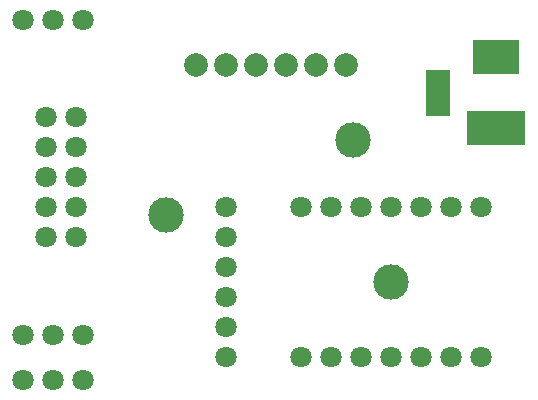
<source format=gbr>
%TF.GenerationSoftware,KiCad,Pcbnew,(5.1.9)-1*%
%TF.CreationDate,2021-03-12T12:12:47-05:00*%
%TF.ProjectId,ProgramBoard,50726f67-7261-46d4-926f-6172642e6b69,rev?*%
%TF.SameCoordinates,PX54c81a0PY791ddc0*%
%TF.FileFunction,Soldermask,Bot*%
%TF.FilePolarity,Negative*%
%FSLAX46Y46*%
G04 Gerber Fmt 4.6, Leading zero omitted, Abs format (unit mm)*
G04 Created by KiCad (PCBNEW (5.1.9)-1) date 2021-03-12 12:12:47*
%MOMM*%
%LPD*%
G01*
G04 APERTURE LIST*
%ADD10R,2.000000X4.000000*%
%ADD11R,4.000000X3.000000*%
%ADD12R,5.000000X3.000000*%
%ADD13C,3.000000*%
%ADD14C,1.800000*%
%ADD15C,2.000000*%
G04 APERTURE END LIST*
D10*
%TO.C,J1*%
X42090000Y27430000D03*
D11*
X46990000Y30480000D03*
D12*
X46990000Y24480000D03*
%TD*%
D13*
%TO.C,MH3*%
X19050000Y17145000D03*
%TD*%
%TO.C,MH3*%
X38100000Y11430000D03*
%TD*%
%TO.C,MH3*%
X34925000Y23495000D03*
%TD*%
D14*
%TO.C,P1*%
X11430000Y22860000D03*
X8890000Y25400000D03*
X11430000Y25400000D03*
X8890000Y22860000D03*
X8890000Y17780000D03*
X11430000Y20320000D03*
X8890000Y20320000D03*
X11430000Y17780000D03*
X11430000Y15240000D03*
X8890000Y15240000D03*
%TD*%
D15*
%TO.C,P2*%
X31750000Y29845000D03*
X34290000Y29845000D03*
X29210000Y29845000D03*
X26670000Y29845000D03*
X24130000Y29845000D03*
X21590000Y29845000D03*
%TD*%
D14*
%TO.C,U1*%
X45720000Y17780000D03*
X43180000Y17780000D03*
X40640000Y17780000D03*
X38100000Y17780000D03*
X35560000Y17780000D03*
X33020000Y17780000D03*
X30480000Y17780000D03*
X24130000Y17780000D03*
X24130000Y15240000D03*
X24130000Y12700000D03*
X24130000Y10160000D03*
X24130000Y7620000D03*
X24130000Y5080000D03*
X30480000Y5080000D03*
X33020000Y5080000D03*
X35560000Y5080000D03*
X38100000Y5080000D03*
X40640000Y5080000D03*
X43180000Y5080000D03*
X45720000Y5080000D03*
%TD*%
%TO.C,P3*%
X12065000Y33655000D03*
X6985000Y33655000D03*
X9525000Y33655000D03*
%TD*%
%TO.C,P4*%
X9525000Y6985000D03*
X6985000Y6985000D03*
X12065000Y6985000D03*
%TD*%
%TO.C,P5*%
X9525000Y3175000D03*
X6985000Y3175000D03*
X12065000Y3175000D03*
%TD*%
M02*

</source>
